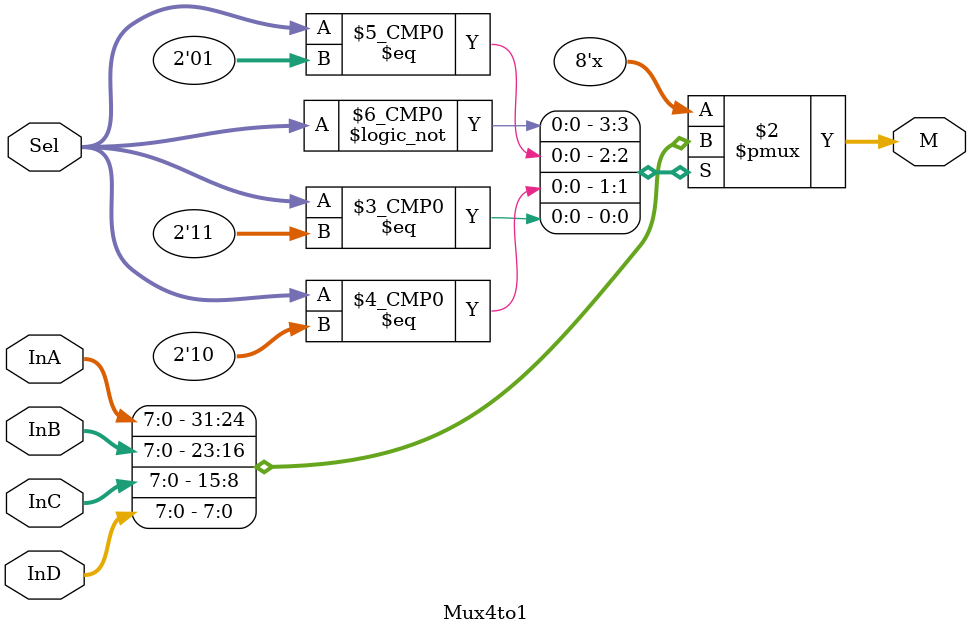
<source format=v>
`timescale 1ns / 1ps
module Mux4to1(
    input [7:0] InA,
    input [7:0] InB,
    input [7:0] InC,
    input [7:0] InD,
    input [1:0] Sel,
    output [7:0] M
    );
	 
	//Register Output for always*
	reg [7:0] M;
	
	//Constant Declarations
	 parameter S0 = 2'b00;
	 parameter S1 = 2'b01;
	 parameter S2 = 2'b10;
	 parameter S3 = 2'b11;
	 
	 
//Sequential Implementation version 4 Using Constants
	always @(Sel or InA or InB or InC or InD)
	begin
		case (Sel)
			S0  : M = InA;
			S1  : M = InB;
			S2  : M = InC;
			S3  : M = InD;
			//default is optional but highly recomendable
			/*default: Y = A;
			*/
		endcase
	end
	
endmodule

</source>
